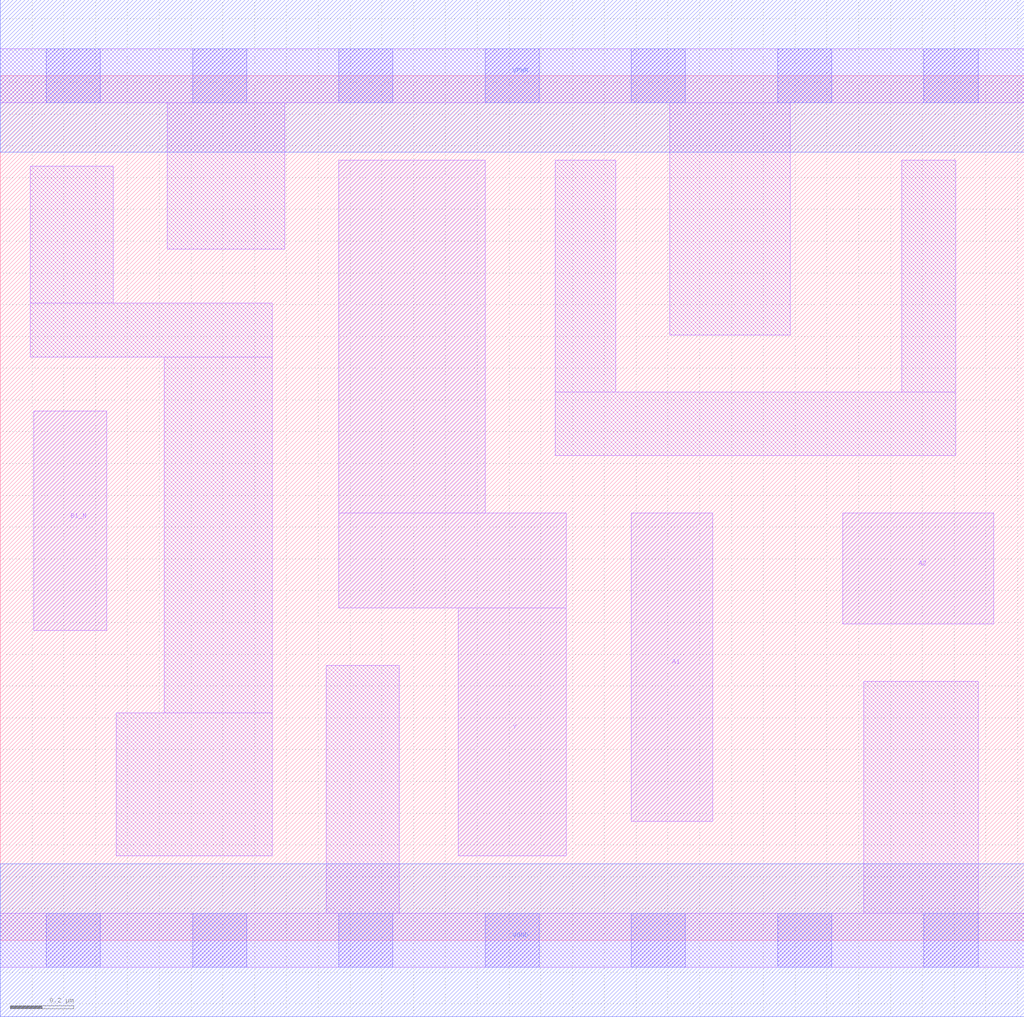
<source format=lef>
# Copyright 2020 The SkyWater PDK Authors
#
# Licensed under the Apache License, Version 2.0 (the "License");
# you may not use this file except in compliance with the License.
# You may obtain a copy of the License at
#
#     https://www.apache.org/licenses/LICENSE-2.0
#
# Unless required by applicable law or agreed to in writing, software
# distributed under the License is distributed on an "AS IS" BASIS,
# WITHOUT WARRANTIES OR CONDITIONS OF ANY KIND, either express or implied.
# See the License for the specific language governing permissions and
# limitations under the License.
#
# SPDX-License-Identifier: Apache-2.0

VERSION 5.7 ;
  NAMESCASESENSITIVE ON ;
  NOWIREEXTENSIONATPIN ON ;
  DIVIDERCHAR "/" ;
  BUSBITCHARS "[]" ;
UNITS
  DATABASE MICRONS 200 ;
END UNITS
PROPERTYDEFINITIONS
  MACRO maskLayoutSubType STRING ;
  MACRO prCellType STRING ;
  MACRO originalViewName STRING ;
END PROPERTYDEFINITIONS
MACRO sky130_fd_sc_hdll__a21boi_1
  CLASS CORE ;
  FOREIGN sky130_fd_sc_hdll__a21boi_1 ;
  ORIGIN  0.000000  0.000000 ;
  SIZE  3.220000 BY  2.720000 ;
  SYMMETRY X Y R90 ;
  SITE unithd ;
  PIN A1
    ANTENNAGATEAREA  0.277500 ;
    DIRECTION INPUT ;
    USE SIGNAL ;
    PORT
      LAYER li1 ;
        RECT 1.985000 0.375000 2.240000 1.345000 ;
    END
  END A1
  PIN A2
    ANTENNAGATEAREA  0.277500 ;
    DIRECTION INPUT ;
    USE SIGNAL ;
    PORT
      LAYER li1 ;
        RECT 2.650000 0.995000 3.125000 1.345000 ;
    END
  END A2
  PIN B1_N
    ANTENNAGATEAREA  0.138600 ;
    DIRECTION INPUT ;
    USE SIGNAL ;
    PORT
      LAYER li1 ;
        RECT 0.105000 0.975000 0.335000 1.665000 ;
    END
  END B1_N
  PIN Y
    ANTENNADIFFAREA  0.676000 ;
    DIRECTION OUTPUT ;
    USE SIGNAL ;
    PORT
      LAYER li1 ;
        RECT 1.065000 1.045000 1.780000 1.345000 ;
        RECT 1.065000 1.345000 1.525000 2.455000 ;
        RECT 1.440000 0.265000 1.780000 1.045000 ;
    END
  END Y
  PIN VGND
    DIRECTION INOUT ;
    USE GROUND ;
    PORT
      LAYER met1 ;
        RECT 0.000000 -0.240000 3.220000 0.240000 ;
    END
  END VGND
  PIN VPWR
    DIRECTION INOUT ;
    USE POWER ;
    PORT
      LAYER met1 ;
        RECT 0.000000 2.480000 3.220000 2.960000 ;
    END
  END VPWR
  OBS
    LAYER li1 ;
      RECT 0.000000 -0.085000 3.220000 0.085000 ;
      RECT 0.000000  2.635000 3.220000 2.805000 ;
      RECT 0.095000  1.835000 0.855000 2.005000 ;
      RECT 0.095000  2.005000 0.355000 2.435000 ;
      RECT 0.365000  0.265000 0.855000 0.715000 ;
      RECT 0.515000  0.715000 0.855000 1.835000 ;
      RECT 0.525000  2.175000 0.895000 2.635000 ;
      RECT 1.025000  0.085000 1.255000 0.865000 ;
      RECT 1.745000  1.525000 3.005000 1.725000 ;
      RECT 1.745000  1.725000 1.935000 2.455000 ;
      RECT 2.105000  1.905000 2.485000 2.635000 ;
      RECT 2.715000  0.085000 3.075000 0.815000 ;
      RECT 2.835000  1.725000 3.005000 2.455000 ;
    LAYER mcon ;
      RECT 0.145000 -0.085000 0.315000 0.085000 ;
      RECT 0.145000  2.635000 0.315000 2.805000 ;
      RECT 0.605000 -0.085000 0.775000 0.085000 ;
      RECT 0.605000  2.635000 0.775000 2.805000 ;
      RECT 1.065000 -0.085000 1.235000 0.085000 ;
      RECT 1.065000  2.635000 1.235000 2.805000 ;
      RECT 1.525000 -0.085000 1.695000 0.085000 ;
      RECT 1.525000  2.635000 1.695000 2.805000 ;
      RECT 1.985000 -0.085000 2.155000 0.085000 ;
      RECT 1.985000  2.635000 2.155000 2.805000 ;
      RECT 2.445000 -0.085000 2.615000 0.085000 ;
      RECT 2.445000  2.635000 2.615000 2.805000 ;
      RECT 2.905000 -0.085000 3.075000 0.085000 ;
      RECT 2.905000  2.635000 3.075000 2.805000 ;
  END
  PROPERTY maskLayoutSubType "abstract" ;
  PROPERTY prCellType "standard" ;
  PROPERTY originalViewName "layout" ;
END sky130_fd_sc_hdll__a21boi_1

</source>
